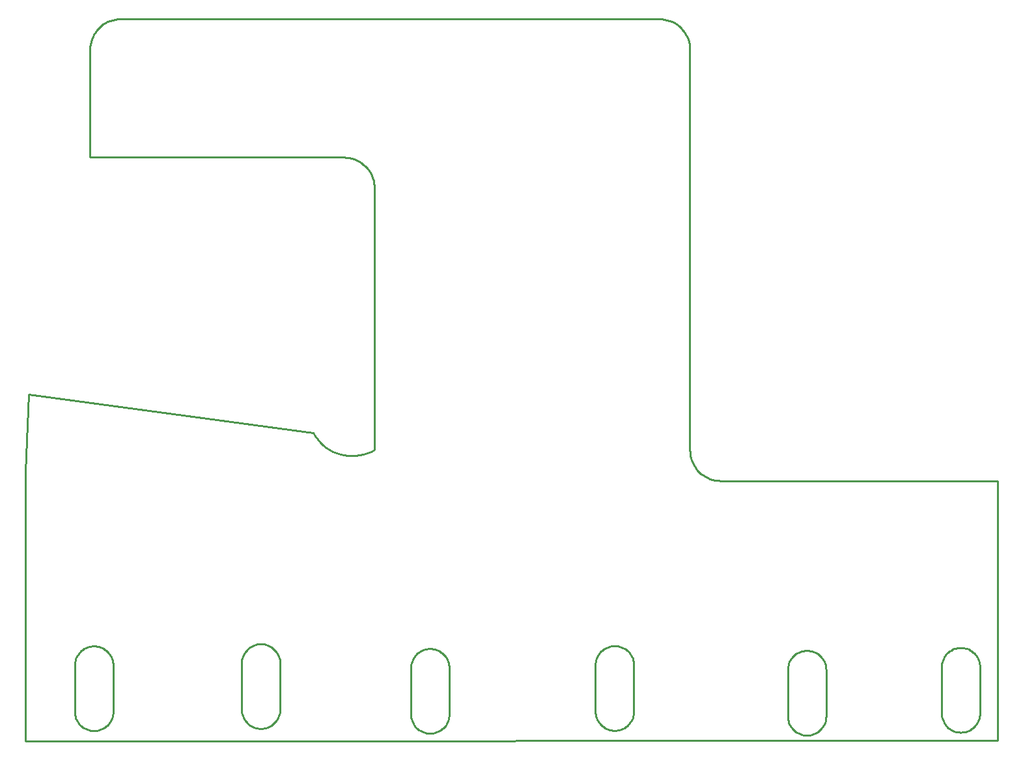
<source format=gbr>
G04 EAGLE Gerber RS-274X export*
G75*
%MOMM*%
%FSLAX34Y34*%
%LPD*%
%IN*%
%IPPOS*%
%AMOC8*
5,1,8,0,0,1.08239X$1,22.5*%
G01*
%ADD10C,0.254000*%


D10*
X0Y0D02*
X1264029Y955D01*
X1264029Y337955D01*
X904029Y337955D01*
X900543Y338107D01*
X897083Y338563D01*
X893676Y339318D01*
X890348Y340367D01*
X887124Y341703D01*
X884029Y343314D01*
X881086Y345189D01*
X878318Y347313D01*
X875745Y349671D01*
X873387Y352243D01*
X871263Y355012D01*
X869388Y357955D01*
X867777Y361050D01*
X866441Y364274D01*
X865392Y367602D01*
X864637Y371009D01*
X864181Y374469D01*
X864029Y377955D01*
X864029Y897955D01*
X863877Y901441D01*
X863421Y904901D01*
X862666Y908308D01*
X861617Y911636D01*
X860281Y914860D01*
X858670Y917955D01*
X856795Y920898D01*
X854671Y923666D01*
X852313Y926239D01*
X849741Y928597D01*
X846972Y930721D01*
X844029Y932596D01*
X840934Y934207D01*
X837710Y935543D01*
X834382Y936592D01*
X830975Y937347D01*
X827515Y937803D01*
X824029Y937955D01*
X124029Y937955D01*
X120543Y937803D01*
X117083Y937347D01*
X113676Y936592D01*
X110348Y935543D01*
X107124Y934207D01*
X104029Y932596D01*
X101086Y930721D01*
X98318Y928597D01*
X95745Y926239D01*
X93387Y923666D01*
X91263Y920898D01*
X89388Y917955D01*
X87777Y914860D01*
X86441Y911636D01*
X85392Y908308D01*
X84637Y904901D01*
X84181Y901441D01*
X84029Y897955D01*
X84029Y757955D01*
X414029Y757955D01*
X417515Y757803D01*
X420975Y757347D01*
X424382Y756592D01*
X427710Y755543D01*
X430934Y754207D01*
X434029Y752596D01*
X436972Y750721D01*
X439741Y748597D01*
X442313Y746239D01*
X444671Y743666D01*
X446795Y740898D01*
X448670Y737955D01*
X450281Y734860D01*
X451617Y731636D01*
X452666Y728308D01*
X453421Y724901D01*
X453877Y721441D01*
X454029Y717955D01*
X454029Y377955D01*
X449472Y375623D01*
X444729Y373698D01*
X439836Y372193D01*
X434831Y371121D01*
X429751Y370489D01*
X424636Y370302D01*
X419523Y370561D01*
X414453Y371266D01*
X409463Y372409D01*
X404593Y373983D01*
X399877Y375975D01*
X395354Y378371D01*
X391056Y381152D01*
X387017Y384297D01*
X383268Y387782D01*
X379836Y391580D01*
X376749Y395663D01*
X374029Y400000D01*
X4029Y450000D01*
X0Y350000D01*
X0Y0D01*
X64129Y38155D02*
X64224Y35976D01*
X64509Y33814D01*
X64981Y31684D01*
X65637Y29604D01*
X66471Y27589D01*
X67479Y25655D01*
X68650Y23815D01*
X69978Y22085D01*
X71452Y20477D01*
X73059Y19004D01*
X74790Y17676D01*
X76629Y16504D01*
X78564Y15497D01*
X80579Y14663D01*
X82659Y14007D01*
X84788Y13535D01*
X86950Y13250D01*
X89129Y13155D01*
X91308Y13250D01*
X93470Y13535D01*
X95600Y14007D01*
X97680Y14663D01*
X99695Y15497D01*
X101629Y16504D01*
X103469Y17676D01*
X105199Y19004D01*
X106807Y20477D01*
X108280Y22085D01*
X109608Y23815D01*
X110780Y25655D01*
X111787Y27589D01*
X112621Y29604D01*
X113277Y31684D01*
X113749Y33814D01*
X114034Y35976D01*
X114129Y38155D01*
X114129Y98155D01*
X114034Y100334D01*
X113749Y102496D01*
X113277Y104625D01*
X112621Y106705D01*
X111787Y108720D01*
X110780Y110655D01*
X109608Y112494D01*
X108280Y114225D01*
X106807Y115832D01*
X105199Y117306D01*
X103469Y118634D01*
X101629Y119805D01*
X99695Y120813D01*
X97680Y121647D01*
X95600Y122303D01*
X93470Y122775D01*
X91308Y123060D01*
X89129Y123155D01*
X86950Y123060D01*
X84788Y122775D01*
X82659Y122303D01*
X80579Y121647D01*
X78564Y120813D01*
X76629Y119805D01*
X74790Y118634D01*
X73059Y117306D01*
X71452Y115832D01*
X69978Y114225D01*
X68650Y112494D01*
X67479Y110655D01*
X66471Y108720D01*
X65637Y106705D01*
X64981Y104625D01*
X64509Y102496D01*
X64224Y100334D01*
X64129Y98155D01*
X64129Y38155D01*
X281129Y40955D02*
X281224Y38776D01*
X281509Y36614D01*
X281981Y34484D01*
X282637Y32404D01*
X283471Y30389D01*
X284479Y28455D01*
X285650Y26615D01*
X286978Y24885D01*
X288452Y23277D01*
X290059Y21804D01*
X291790Y20476D01*
X293629Y19304D01*
X295564Y18297D01*
X297579Y17463D01*
X299659Y16807D01*
X301788Y16335D01*
X303950Y16050D01*
X306129Y15955D01*
X308308Y16050D01*
X310470Y16335D01*
X312600Y16807D01*
X314680Y17463D01*
X316695Y18297D01*
X318629Y19304D01*
X320469Y20476D01*
X322199Y21804D01*
X323807Y23277D01*
X325280Y24885D01*
X326608Y26615D01*
X327780Y28455D01*
X328787Y30389D01*
X329621Y32404D01*
X330277Y34484D01*
X330749Y36614D01*
X331034Y38776D01*
X331129Y40955D01*
X331129Y100955D01*
X331034Y103134D01*
X330749Y105296D01*
X330277Y107425D01*
X329621Y109505D01*
X328787Y111520D01*
X327780Y113455D01*
X326608Y115294D01*
X325280Y117025D01*
X323807Y118632D01*
X322199Y120106D01*
X320469Y121434D01*
X318629Y122605D01*
X316695Y123613D01*
X314680Y124447D01*
X312600Y125103D01*
X310470Y125575D01*
X308308Y125860D01*
X306129Y125955D01*
X303950Y125860D01*
X301788Y125575D01*
X299659Y125103D01*
X297579Y124447D01*
X295564Y123613D01*
X293629Y122605D01*
X291790Y121434D01*
X290059Y120106D01*
X288452Y118632D01*
X286978Y117025D01*
X285650Y115294D01*
X284479Y113455D01*
X283471Y111520D01*
X282637Y109505D01*
X281981Y107425D01*
X281509Y105296D01*
X281224Y103134D01*
X281129Y100955D01*
X281129Y40955D01*
X501129Y34755D02*
X501224Y32576D01*
X501509Y30414D01*
X501981Y28284D01*
X502637Y26204D01*
X503471Y24189D01*
X504479Y22255D01*
X505650Y20415D01*
X506978Y18685D01*
X508452Y17077D01*
X510059Y15604D01*
X511790Y14276D01*
X513629Y13104D01*
X515564Y12097D01*
X517579Y11263D01*
X519659Y10607D01*
X521788Y10135D01*
X523950Y9850D01*
X526129Y9755D01*
X528308Y9850D01*
X530470Y10135D01*
X532600Y10607D01*
X534680Y11263D01*
X536695Y12097D01*
X538629Y13104D01*
X540469Y14276D01*
X542199Y15604D01*
X543807Y17077D01*
X545280Y18685D01*
X546608Y20415D01*
X547780Y22255D01*
X548787Y24189D01*
X549621Y26204D01*
X550277Y28284D01*
X550749Y30414D01*
X551034Y32576D01*
X551129Y34755D01*
X551129Y94755D01*
X551034Y96934D01*
X550749Y99096D01*
X550277Y101225D01*
X549621Y103305D01*
X548787Y105320D01*
X547780Y107255D01*
X546608Y109094D01*
X545280Y110825D01*
X543807Y112432D01*
X542199Y113906D01*
X540469Y115234D01*
X538629Y116405D01*
X536695Y117413D01*
X534680Y118247D01*
X532600Y118903D01*
X530470Y119375D01*
X528308Y119660D01*
X526129Y119755D01*
X523950Y119660D01*
X521788Y119375D01*
X519659Y118903D01*
X517579Y118247D01*
X515564Y117413D01*
X513629Y116405D01*
X511790Y115234D01*
X510059Y113906D01*
X508452Y112432D01*
X506978Y110825D01*
X505650Y109094D01*
X504479Y107255D01*
X503471Y105320D01*
X502637Y103305D01*
X501981Y101225D01*
X501509Y99096D01*
X501224Y96934D01*
X501129Y94755D01*
X501129Y34755D01*
X741129Y38555D02*
X741224Y36376D01*
X741509Y34214D01*
X741981Y32084D01*
X742637Y30004D01*
X743471Y27989D01*
X744479Y26055D01*
X745650Y24215D01*
X746978Y22485D01*
X748452Y20877D01*
X750059Y19404D01*
X751790Y18076D01*
X753629Y16904D01*
X755564Y15897D01*
X757579Y15063D01*
X759659Y14407D01*
X761788Y13935D01*
X763950Y13650D01*
X766129Y13555D01*
X768308Y13650D01*
X770470Y13935D01*
X772600Y14407D01*
X774680Y15063D01*
X776695Y15897D01*
X778629Y16904D01*
X780469Y18076D01*
X782199Y19404D01*
X783807Y20877D01*
X785280Y22485D01*
X786608Y24215D01*
X787780Y26055D01*
X788787Y27989D01*
X789621Y30004D01*
X790277Y32084D01*
X790749Y34214D01*
X791034Y36376D01*
X791129Y38555D01*
X791129Y98555D01*
X791034Y100734D01*
X790749Y102896D01*
X790277Y105025D01*
X789621Y107105D01*
X788787Y109120D01*
X787780Y111055D01*
X786608Y112894D01*
X785280Y114625D01*
X783807Y116232D01*
X782199Y117706D01*
X780469Y119034D01*
X778629Y120205D01*
X776695Y121213D01*
X774680Y122047D01*
X772600Y122703D01*
X770470Y123175D01*
X768308Y123460D01*
X766129Y123555D01*
X763950Y123460D01*
X761788Y123175D01*
X759659Y122703D01*
X757579Y122047D01*
X755564Y121213D01*
X753629Y120205D01*
X751790Y119034D01*
X750059Y117706D01*
X748452Y116232D01*
X746978Y114625D01*
X745650Y112894D01*
X744479Y111055D01*
X743471Y109120D01*
X742637Y107105D01*
X741981Y105025D01*
X741509Y102896D01*
X741224Y100734D01*
X741129Y98555D01*
X741129Y38555D01*
X1191129Y36155D02*
X1191224Y33976D01*
X1191509Y31814D01*
X1191981Y29684D01*
X1192637Y27604D01*
X1193471Y25589D01*
X1194479Y23655D01*
X1195650Y21815D01*
X1196978Y20085D01*
X1198452Y18477D01*
X1200059Y17004D01*
X1201790Y15676D01*
X1203629Y14504D01*
X1205564Y13497D01*
X1207579Y12663D01*
X1209659Y12007D01*
X1211788Y11535D01*
X1213950Y11250D01*
X1216129Y11155D01*
X1218308Y11250D01*
X1220470Y11535D01*
X1222600Y12007D01*
X1224680Y12663D01*
X1226695Y13497D01*
X1228629Y14504D01*
X1230469Y15676D01*
X1232199Y17004D01*
X1233807Y18477D01*
X1235280Y20085D01*
X1236608Y21815D01*
X1237780Y23655D01*
X1238787Y25589D01*
X1239621Y27604D01*
X1240277Y29684D01*
X1240749Y31814D01*
X1241034Y33976D01*
X1241129Y36155D01*
X1241129Y96155D01*
X1241034Y98334D01*
X1240749Y100496D01*
X1240277Y102625D01*
X1239621Y104705D01*
X1238787Y106720D01*
X1237780Y108655D01*
X1236608Y110494D01*
X1235280Y112225D01*
X1233807Y113832D01*
X1232199Y115306D01*
X1230469Y116634D01*
X1228629Y117805D01*
X1226695Y118813D01*
X1224680Y119647D01*
X1222600Y120303D01*
X1220470Y120775D01*
X1218308Y121060D01*
X1216129Y121155D01*
X1213950Y121060D01*
X1211788Y120775D01*
X1209659Y120303D01*
X1207579Y119647D01*
X1205564Y118813D01*
X1203629Y117805D01*
X1201790Y116634D01*
X1200059Y115306D01*
X1198452Y113832D01*
X1196978Y112225D01*
X1195650Y110494D01*
X1194479Y108655D01*
X1193471Y106720D01*
X1192637Y104705D01*
X1191981Y102625D01*
X1191509Y100496D01*
X1191224Y98334D01*
X1191129Y96155D01*
X1191129Y36155D01*
X991129Y32355D02*
X991224Y30176D01*
X991509Y28014D01*
X991981Y25884D01*
X992637Y23804D01*
X993471Y21789D01*
X994479Y19855D01*
X995650Y18015D01*
X996978Y16285D01*
X998452Y14677D01*
X1000059Y13204D01*
X1001790Y11876D01*
X1003629Y10704D01*
X1005564Y9697D01*
X1007579Y8863D01*
X1009659Y8207D01*
X1011788Y7735D01*
X1013950Y7450D01*
X1016129Y7355D01*
X1018308Y7450D01*
X1020470Y7735D01*
X1022600Y8207D01*
X1024680Y8863D01*
X1026695Y9697D01*
X1028629Y10704D01*
X1030469Y11876D01*
X1032199Y13204D01*
X1033807Y14677D01*
X1035280Y16285D01*
X1036608Y18015D01*
X1037780Y19855D01*
X1038787Y21789D01*
X1039621Y23804D01*
X1040277Y25884D01*
X1040749Y28014D01*
X1041034Y30176D01*
X1041129Y32355D01*
X1041129Y92355D01*
X1041034Y94534D01*
X1040749Y96696D01*
X1040277Y98825D01*
X1039621Y100905D01*
X1038787Y102920D01*
X1037780Y104855D01*
X1036608Y106694D01*
X1035280Y108425D01*
X1033807Y110032D01*
X1032199Y111506D01*
X1030469Y112834D01*
X1028629Y114005D01*
X1026695Y115013D01*
X1024680Y115847D01*
X1022600Y116503D01*
X1020470Y116975D01*
X1018308Y117260D01*
X1016129Y117355D01*
X1013950Y117260D01*
X1011788Y116975D01*
X1009659Y116503D01*
X1007579Y115847D01*
X1005564Y115013D01*
X1003629Y114005D01*
X1001790Y112834D01*
X1000059Y111506D01*
X998452Y110032D01*
X996978Y108425D01*
X995650Y106694D01*
X994479Y104855D01*
X993471Y102920D01*
X992637Y100905D01*
X991981Y98825D01*
X991509Y96696D01*
X991224Y94534D01*
X991129Y92355D01*
X991129Y32355D01*
M02*

</source>
